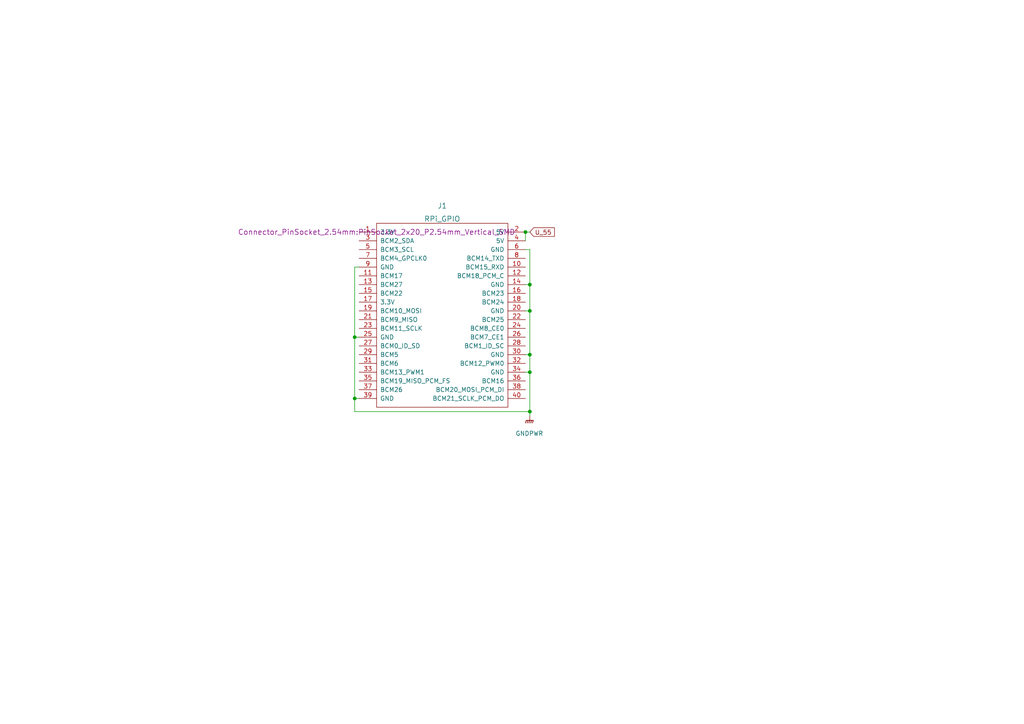
<source format=kicad_sch>
(kicad_sch (version 20250114) (generator "eeschema") (generator_version "9.0")
  (paper "A4")
  (lib_symbols
    (symbol "RPi_Hat:RPi_GPIO" (pin_names (offset 1.016))
      (property "Reference" "J" (at 19.05 6.35 0))
      (property "Value" "RPi_GPIO" (at 19.05 3.81 0))
      (symbol "RPi_GPIO_0_1"
        (rectangle (start 0 2.54) (end 38.1 -50.8))
      )
      (symbol "RPi_GPIO_1_1"
        (pin power_in line (at -5.08 0 0) (length 5.08) (name "3.3V") (number "1"))
        (pin bidirectional line (at -5.08 -2.54 0) (length 5.08) (name "BCM2_SDA") (number "3"))
        (pin bidirectional line (at -5.08 -5.08 0) (length 5.08) (name "BCM3_SCL") (number "5"))
        (pin bidirectional line (at -5.08 -7.62 0) (length 5.08) (name "BCM4_GPCLK0") (number "7"))
        (pin power_in line (at -5.08 -10.16 0) (length 5.08) (name "GND") (number "9"))
        (pin bidirectional line (at -5.08 -12.7 0) (length 5.08) (name "BCM17") (number "11"))
        (pin bidirectional line (at -5.08 -15.24 0) (length 5.08) (name "BCM27") (number "13"))
        (pin bidirectional line (at -5.08 -17.78 0) (length 5.08) (name "BCM22") (number "15"))
        (pin power_in line (at -5.08 -20.32 0) (length 5.08) (name "3.3V") (number "17"))
        (pin bidirectional line (at -5.08 -22.86 0) (length 5.08) (name "BCM10_MOSI") (number "19"))
        (pin bidirectional line (at -5.08 -25.4 0) (length 5.08) (name "BCM9_MISO") (number "21"))
        (pin bidirectional line (at -5.08 -27.94 0) (length 5.08) (name "BCM11_SCLK") (number "23"))
        (pin power_in line (at -5.08 -30.48 0) (length 5.08) (name "GND") (number "25"))
        (pin bidirectional line (at -5.08 -33.02 0) (length 5.08) (name "BCM0_ID_SD") (number "27"))
        (pin bidirectional line (at -5.08 -35.56 0) (length 5.08) (name "BCM5") (number "29"))
        (pin bidirectional line (at -5.08 -38.1 0) (length 5.08) (name "BCM6") (number "31"))
        (pin bidirectional line (at -5.08 -40.64 0) (length 5.08) (name "BCM13_PWM1") (number "33"))
        (pin bidirectional line (at -5.08 -43.18 0) (length 5.08) (name "BCM19_MISO_PCM_FS") (number "35"))
        (pin bidirectional line (at -5.08 -45.72 0) (length 5.08) (name "BCM26") (number "37"))
        (pin power_in line (at -5.08 -48.26 0) (length 5.08) (name "GND") (number "39"))
        (pin power_in line (at 43.18 0 180) (length 5.08) (name "5V") (number "2"))
        (pin power_in line (at 43.18 -2.54 180) (length 5.08) (name "5V") (number "4"))
        (pin power_in line (at 43.18 -5.08 180) (length 5.08) (name "GND") (number "6"))
        (pin bidirectional line (at 43.18 -7.62 180) (length 5.08) (name "BCM14_TXD") (number "8"))
        (pin bidirectional line (at 43.18 -10.16 180) (length 5.08) (name "BCM15_RXD") (number "10"))
        (pin bidirectional line (at 43.18 -12.7 180) (length 5.08) (name "BCM18_PCM_C") (number "12"))
        (pin power_in line (at 43.18 -15.24 180) (length 5.08) (name "GND") (number "14"))
        (pin bidirectional line (at 43.18 -17.78 180) (length 5.08) (name "BCM23") (number "16"))
        (pin bidirectional line (at 43.18 -20.32 180) (length 5.08) (name "BCM24") (number "18"))
        (pin power_in line (at 43.18 -22.86 180) (length 5.08) (name "GND") (number "20"))
        (pin bidirectional line (at 43.18 -25.4 180) (length 5.08) (name "BCM25") (number "22"))
        (pin bidirectional line (at 43.18 -27.94 180) (length 5.08) (name "BCM8_CE0") (number "24"))
        (pin bidirectional line (at 43.18 -30.48 180) (length 5.08) (name "BCM7_CE1") (number "26"))
        (pin bidirectional line (at 43.18 -33.02 180) (length 5.08) (name "BCM1_ID_SC") (number "28"))
        (pin power_in line (at 43.18 -35.56 180) (length 5.08) (name "GND") (number "30"))
        (pin bidirectional line (at 43.18 -38.1 180) (length 5.08) (name "BCM12_PWM0") (number "32"))
        (pin power_in line (at 43.18 -40.64 180) (length 5.08) (name "GND") (number "34"))
        (pin bidirectional line (at 43.18 -43.18 180) (length 5.08) (name "BCM16") (number "36"))
        (pin bidirectional line (at 43.18 -45.72 180) (length 5.08) (name "BCM20_MOSI_PCM_DI") (number "38"))
        (pin bidirectional line (at 43.18 -48.26 180) (length 5.08) (name "BCM21_SCLK_PCM_DO") (number "40"))
      )
    )
    (symbol "power:GNDPWR" (power) (pin_names (offset 0))
      (property "Value" "GNDPWR" (at 0 -3.302 0))
      (symbol "GNDPWR_0_1"
        (polyline (pts (xy -1.016 -1.27) (xy -1.27 -2.032) (xy -1.27 -2.032)) (stroke (width 0.2032)))
        (polyline (pts (xy -0.508 -1.27) (xy -0.762 -2.032) (xy -0.762 -2.032)) (stroke (width 0.2032)))
        (polyline (pts (xy 0 -1.27) (xy 0 0)))
        (polyline (pts (xy 0 -1.27) (xy -0.254 -2.032) (xy -0.254 -2.032)) (stroke (width 0.2032)))
        (polyline (pts (xy 0.508 -1.27) (xy 0.254 -2.032) (xy 0.254 -2.032)) (stroke (width 0.2032)))
        (polyline (pts (xy 1.016 -1.27) (xy -1.016 -1.27) (xy -1.016 -1.27)) (stroke (width 0.2032)))
        (polyline (pts (xy 1.016 -1.27) (xy 0.762 -2.032) (xy 0.762 -2.032) (xy 0.762 -2.032)) (stroke (width 0.2032)))
      )
      (symbol "GNDPWR_1_1"
        (pin power_in line (at 0 0 270) (length 0) (hide yes) (name "GNDPWR") (number "1"))
      )
    )
  )
  (junction (at 153.67 90.17))
  (junction (at 152.4 67.31))
  (junction (at 102.87 115.57))
  (junction (at 153.67 119.38))
  (junction (at 102.87 97.79))
  (junction (at 153.67 82.55))
  (junction (at 153.67 102.87))
  (junction (at 153.67 107.95))
  (wire (pts (xy 102.87 97.79) (xy 104.14 97.79)))
  (wire (pts (xy 102.87 77.47) (xy 104.14 77.47)))
  (wire (pts (xy 152.4 102.87) (xy 153.67 102.87)))
  (wire (pts (xy 153.67 90.17) (xy 153.67 82.55)))
  (wire (pts (xy 152.4 90.17) (xy 153.67 90.17)))
  (wire (pts (xy 153.67 72.39) (xy 152.4 72.39)))
  (wire (pts (xy 153.67 107.95) (xy 153.67 102.87)))
  (wire (pts (xy 102.87 115.57) (xy 104.14 115.57)))
  (wire (pts (xy 153.67 67.31) (xy 152.4 67.31)))
  (wire (pts (xy 152.4 107.95) (xy 153.67 107.95)))
  (wire (pts (xy 153.67 119.38) (xy 153.67 107.95)))
  (wire (pts (xy 153.67 119.38) (xy 102.87 119.38)))
  (wire (pts (xy 102.87 119.38) (xy 102.87 115.57)))
  (wire (pts (xy 152.4 67.31) (xy 152.4 69.85)))
  (wire (pts (xy 102.87 115.57) (xy 102.87 97.79)))
  (wire (pts (xy 102.87 97.79) (xy 102.87 77.47)))
  (wire (pts (xy 152.4 82.55) (xy 153.67 82.55)))
  (wire (pts (xy 153.67 102.87) (xy 153.67 90.17)))
  (wire (pts (xy 153.67 82.55) (xy 153.67 72.39)))
  (wire (pts (xy 153.67 120.65) (xy 153.67 119.38)))
  (global_label "U_55" (shape input) (at 153.67 67.31 0) (property "Intersheetrefs" "${INTERSHEET_REFS}" (effects (hide yes))))
  (symbol (lib_id "power:GNDPWR") (at 153.67 120.65 0) (unit 1)
    (property "Reference" "#PWR021" (effects (hide yes)))
    (property "Value" "GNDPWR" (at 153.543 125.73 0))
  )
  (symbol (lib_id "RPi_Hat:RPi_GPIO") (at 109.22 67.31 0) (unit 1)
    (property "Reference" "J1" (at 128.27 59.69 0) (effects (font (size 1.524 1.524))))
    (property "Value" "RPi_GPIO" (at 128.27 63.5 0) (effects (font (size 1.524 1.524))))
    (property "Footprint" "Connector_PinSocket_2.54mm:PinSocket_2x20_P2.54mm_Vertical_SMD" (at 109.22 67.31 0) (effects (font (size 1.524 1.524))))
  )
)
</source>
